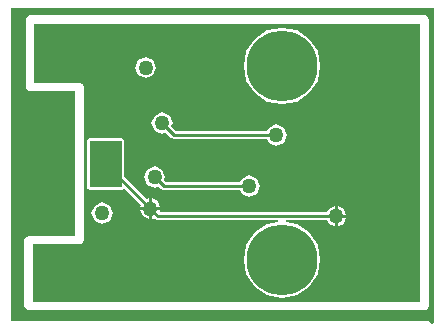
<source format=gbl>
%FSLAX23Y23*%
%MOIN*%
G70*
G01*
G75*
G04 Layer_Physical_Order=2*
G04 Layer_Color=16711680*
%ADD10R,0.118X0.039*%
%ADD11R,0.118X0.059*%
%ADD12R,0.025X0.020*%
%ADD13R,0.079X0.079*%
%ADD14R,0.079X0.051*%
%ADD15O,0.055X0.024*%
%ADD16R,0.055X0.024*%
%ADD17R,0.031X0.035*%
%ADD18R,0.035X0.031*%
%ADD19R,0.043X0.102*%
%ADD20C,0.010*%
%ADD21R,0.105X0.150*%
%ADD22C,0.050*%
%ADD23C,0.039*%
%ADD24C,0.236*%
%ADD25R,0.105X0.155*%
G36*
X-55Y995D02*
X1350D01*
Y-55D01*
X1345Y-60D01*
X1335Y-50D01*
X-60D01*
Y993D01*
X-55Y995D01*
X-55Y995D01*
D02*
G37*
%LPC*%
G36*
X1320Y969D02*
X5D01*
X-5Y965D01*
X-9Y955D01*
Y730D01*
X-5Y720D01*
X5Y716D01*
X156D01*
Y234D01*
X0D01*
X-10Y230D01*
X-14Y220D01*
Y0D01*
X-10Y-10D01*
X0Y-14D01*
X1320D01*
X1330Y-10D01*
X1334Y0D01*
X1334Y-0D01*
X1334Y0D01*
Y955D01*
X1330Y965D01*
X1320Y969D01*
D02*
G37*
%LPD*%
G36*
X1306Y14D02*
X14D01*
Y206D01*
X170D01*
X180Y210D01*
X184Y220D01*
X184Y220D01*
X184Y220D01*
Y730D01*
X180Y740D01*
X170Y744D01*
X19D01*
Y941D01*
X1306D01*
Y14D01*
D02*
G37*
%LPC*%
G36*
X400Y320D02*
X371D01*
X380Y300D01*
X400Y291D01*
Y320D01*
D02*
G37*
G36*
X1030Y334D02*
Y305D01*
X1059D01*
X1050Y325D01*
X1030Y334D01*
D02*
G37*
G36*
X1059Y295D02*
X1030D01*
Y266D01*
X1050Y275D01*
X1059Y295D01*
D02*
G37*
G36*
X245Y346D02*
X220Y335D01*
X209Y310D01*
X220Y285D01*
X245Y274D01*
X270Y285D01*
X281Y310D01*
X270Y335D01*
X245Y346D01*
D02*
G37*
G36*
X445Y646D02*
X420Y635D01*
X409Y610D01*
X420Y585D01*
X445Y574D01*
X456Y579D01*
X475Y560D01*
X478Y559D01*
X485Y556D01*
X795D01*
X800Y545D01*
X825Y534D01*
X850Y545D01*
X861Y570D01*
X850Y595D01*
X825Y606D01*
X800Y595D01*
X795Y584D01*
X491D01*
X476Y599D01*
X481Y610D01*
X470Y635D01*
X445Y646D01*
D02*
G37*
G36*
X845Y928D02*
X796Y919D01*
X754Y891D01*
X726Y849D01*
X717Y800D01*
X726Y751D01*
X754Y709D01*
X796Y681D01*
X845Y672D01*
X894Y681D01*
X936Y709D01*
X964Y751D01*
X973Y800D01*
X964Y849D01*
X936Y891D01*
X894Y919D01*
X845Y928D01*
D02*
G37*
G36*
X390Y831D02*
X365Y820D01*
X354Y795D01*
X365Y770D01*
X390Y759D01*
X415Y770D01*
X426Y795D01*
X415Y820D01*
X390Y831D01*
D02*
G37*
G36*
X420Y466D02*
X395Y455D01*
X384Y430D01*
X395Y405D01*
X420Y394D01*
X431Y399D01*
X440Y390D01*
X450Y386D01*
X705D01*
X710Y375D01*
X735Y364D01*
X760Y375D01*
X771Y400D01*
X760Y425D01*
X735Y436D01*
X710Y425D01*
X705Y414D01*
X456D01*
X451Y419D01*
X456Y430D01*
X445Y455D01*
X420Y466D01*
D02*
G37*
G36*
X1020Y334D02*
X1000Y325D01*
X995Y314D01*
X440D01*
X438Y318D01*
X439Y320D01*
X410D01*
Y291D01*
X416Y294D01*
X420Y290D01*
X430Y286D01*
X833D01*
X833Y281D01*
X796Y274D01*
X754Y246D01*
X726Y204D01*
X717Y155D01*
X726Y106D01*
X754Y64D01*
X796Y36D01*
X845Y27D01*
X894Y36D01*
X936Y64D01*
X964Y106D01*
X973Y155D01*
X964Y204D01*
X936Y246D01*
X894Y274D01*
X857Y281D01*
X857Y286D01*
X995D01*
X1000Y275D01*
X1020Y266D01*
Y300D01*
Y334D01*
D02*
G37*
G36*
X310Y559D02*
X205D01*
X199Y556D01*
X196Y550D01*
Y395D01*
X199Y389D01*
X205Y386D01*
X310D01*
X316Y389D01*
X316Y389D01*
Y389D01*
X320Y390D01*
X374Y336D01*
X371Y330D01*
X400D01*
Y359D01*
X394Y356D01*
X319Y431D01*
Y550D01*
X316Y556D01*
X310Y559D01*
D02*
G37*
G36*
X410Y359D02*
Y330D01*
X439D01*
X430Y350D01*
X410Y359D01*
D02*
G37*
%LPD*%
D20*
X290Y440D02*
X405Y325D01*
X450Y400D02*
X735D01*
X420Y430D02*
X450Y400D01*
X405Y325D02*
X430Y300D01*
X1025D01*
X485Y570D02*
X825D01*
X445Y610D02*
X485Y570D01*
D22*
X405Y325D02*
D03*
X1025Y300D02*
D03*
X245Y310D02*
D03*
X390Y795D02*
D03*
X445Y610D02*
D03*
X825Y570D02*
D03*
X735Y400D02*
D03*
X420Y430D02*
D03*
D23*
X782Y218D02*
D03*
X908D02*
D03*
X845Y244D02*
D03*
X756Y155D02*
D03*
X782Y92D02*
D03*
X845Y66D02*
D03*
X908Y92D02*
D03*
X934Y155D02*
D03*
Y800D02*
D03*
X908Y737D02*
D03*
X845Y711D02*
D03*
X782Y737D02*
D03*
X756Y800D02*
D03*
X845Y889D02*
D03*
X908Y863D02*
D03*
X782D02*
D03*
D24*
X845Y155D02*
D03*
Y800D02*
D03*
D25*
X257Y472D02*
D03*
M02*

</source>
